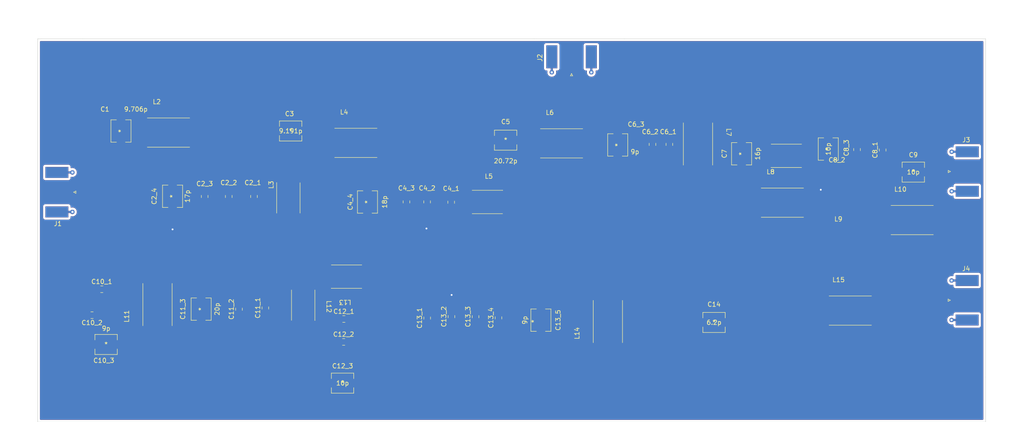
<source format=kicad_pcb>
(kicad_pcb (version 20211014) (generator pcbnew)
  (layers (0 "F.Cu" signal) (31 "B.Cu" signal) (34 "B.Paste" user) (35 "F.Paste" user) (36 "B.SilkS" user "B.Silkscreen") (37 "F.SilkS" user "F.Silkscreen") (38 "B.Mask" user) (39 "F.Mask" user) (44 "Edge.Cuts" user))
  (net 0 "")
  (net 1 "Net-(C1-Pad1)")
  (net 2 "Net-(C1-Pad2)")
  (net 3 "GND")
  (net 4 "Net-(C2_1-Pad2)")
  (net 5 "Net-(C4_1-Pad2)")
  (net 6 "Net-(C5-Pad2)")
  (net 7 "Net-(C6_1-Pad1)")
  (net 8 "Net-(C6_1-Pad2)")
  (net 9 "Net-(C7-Pad1)")
  (net 10 "Net-(C9-Pad1)")
  (net 11 "Net-(C11_1-Pad2)")
  (net 12 "Net-(C12_1-Pad2)")
  (net 13 "Net-(C14-Pad2)")
  (net 14 "Net-(J4-Pad1)")
  (net 15 "Net-(C3-Pad2)")
  (net 45 "Net-(C8_1-Pad1)")
  (footprint "Capacitor_SMD:C_0805_2012Metric_Pad1.18x1.45mm_HandSolder" (layer "F.Cu") (at 117.03 87.8165 90)
    (fp_text reference "C4_3" (at 3.048 0 180) (layer "F.SilkS"))
    (fp_text value "560p")
    (pad "1" smd roundrect locked (at -1.0375 0 90) (size 1.175 1.45) (layers "F.Cu" "F.Paste" "F.Mask") (roundrect_rratio 0.212766) (net 3 "GND"))
    (pad "2" smd roundrect locked (at 1.0375 0 90) (size 1.175 1.45) (layers "F.Cu" "F.Paste" "F.Mask") (roundrect_rratio 0.212766) (net 5 "Net-(C4_1-Pad2)"))
  )
  (footprint "Capacitor_SMD:C_0805_2012Metric_Pad1.18x1.45mm_HandSolder" (layer "F.Cu") (at 121.62 113.5805 90)
    (fp_text reference "C13_1" (at 0 -1.68 90) (layer "F.SilkS"))
    (fp_text value "2.2n")
    (pad "1" smd roundrect locked (at -1.0375 0 90) (size 1.175 1.45) (layers "F.Cu" "F.Paste" "F.Mask") (roundrect_rratio 0.212766) (net 12 "Net-(C12_1-Pad2)"))
    (pad "2" smd roundrect locked (at 1.0375 0 90) (size 1.175 1.45) (layers "F.Cu" "F.Paste" "F.Mask") (roundrect_rratio 0.212766) (net 3 "GND"))
  )
  (footprint "Capacitor_SMD:C_0805_2012Metric_Pad1.18x1.45mm_HandSolder" (layer "F.Cu") (at 49.53 107.188)
    (fp_text reference "C10_1" (at 0 -1.68) (layer "F.SilkS"))
    (fp_text value "1.5n")
    (pad "1" smd roundrect locked (at -1.0375 0) (size 1.175 1.45) (layers "F.Cu" "F.Paste" "F.Mask") (roundrect_rratio 0.212766) (net 1 "Net-(C1-Pad1)"))
    (pad "2" smd roundrect locked (at 1.0375 0) (size 1.175 1.45) (layers "F.Cu" "F.Paste" "F.Mask") (roundrect_rratio 0.212766) (net 3 "GND"))
  )
  (footprint "footprints:GKG30086-05" (layer "F.Cu") (at 146.812 114.046 -90)
    (fp_text reference "C13_5" (at 0 -3.81 90) (layer "F.SilkS"))
    (fp_text value "9p" (at 0 3.556 90) (layer "F.SilkS"))
    (fp_text user "*" (at 0.254 1.524 90) (layer "F.SilkS"))
    (pad "1" smd rect locked (at -2.0447 0 270) (size 2.1336 1.3462) (layers "F.Cu" "F.Paste" "F.Mask") (net 3 "GND"))
    (pad "2" smd rect locked (at 2.0447 0 270) (size 2.1336 1.3462) (layers "F.Cu" "F.Paste" "F.Mask") (net 12 "Net-(C12_1-Pad2)"))
  )
  (footprint "Connector_Coaxial:SMA_Molex_73251-1153_EdgeMount_Horizontal" (layer "F.Cu") (at 239.52 109.63 180)
    (fp_text reference "J4" (at -1.5 7) (layer "F.SilkS"))
    (fp_text value "SMA_H_CONNECTOR")
    (pad "1" smd rect locked (at -1.72 0 180) (size 5.08 2.29) (layers "F.Cu" "F.Paste" "F.Mask") (net 14 "Net-(J4-Pad1)"))
    (pad "2" smd rect locked (at -1.72 4.38 180) (size 5.08 2.42) (layers "B.Cu" "B.Paste" "B.Mask"))
    (pad "2" smd rect locked (at 1.27 -4.38 180) (size 0.95 0.46) (layers "F.Cu"))
    (pad "2" smd rect locked (at -1.72 -4.38 180) (size 5.08 2.42) (layers "F.Cu" "F.Paste" "F.Mask"))
    (pad "2" smd rect locked (at 1.27 4.38 180) (size 0.95 0.46) (layers "F.Cu"))
    (pad "2" smd rect locked (at 1.27 4.38 180) (size 0.95 0.46) (layers "B.Cu"))
    (pad "2" thru_hole circle locked (at 1.72 -4.38 180) (size 0.97 0.97) (drill 0.46) (layers *.Cu))
    (pad "2" smd rect locked (at -1.72 -4.38 180) (size 5.08 2.42) (layers "B.Cu" "B.Paste" "B.Mask"))
    (pad "2" smd rect locked (at -1.72 4.38 180) (size 5.08 2.42) (layers "F.Cu" "F.Paste" "F.Mask"))
    (pad "2" smd rect locked (at 1.27 -4.38 180) (size 0.95 0.46) (layers "B.Cu"))
    (pad "2" thru_hole circle locked (at 1.72 4.38 180) (size 0.97 0.97) (drill 0.46) (layers *.Cu))
  )
  (footprint "footprints:GKG30086-05" (layer "F.Cu") (at 50.49 119.44 180)
    (fp_text reference "C10_3" (at 0.504 -3.556) (layer "F.SilkS"))
    (fp_text value "9p" (at 0 3.556) (layer "F.SilkS"))
    (fp_text user "*" (at 0 0) (layer "F.SilkS"))
    (pad "1" smd rect locked (at -2.0447 0 180) (size 2.1336 1.3462) (layers "F.Cu" "F.Paste" "F.Mask") (net 3 "GND"))
    (pad "2" smd rect locked (at 2.0447 0 180) (size 2.1336 1.3462) (layers "F.Cu" "F.Paste" "F.Mask") (net 1 "Net-(C1-Pad1)"))
  )
  (footprint "Connector_Coaxial:SMA_Molex_73251-1153_EdgeMount_Horizontal" (layer "F.Cu") (at 153.6 57.352 -90)
    (fp_text reference "J2" (at -1.5 7 90) (layer "F.SilkS"))
    (fp_text value "SMA_H_CONNECTOR")
    (pad "1" smd rect locked (at -1.72 0 270) (size 5.08 2.29) (layers "F.Cu" "F.Paste" "F.Mask") (net 8 "Net-(C6_1-Pad2)"))
    (pad "2" smd rect locked (at 1.27 4.38 270) (size 0.95 0.46) (layers "F.Cu"))
    (pad "2" thru_hole circle locked (at 1.72 -4.38 270) (size 0.97 0.97) (drill 0.46) (layers *.Cu))
    (pad "2" smd rect locked (at -1.72 -4.38 270) (size 5.08 2.42) (layers "B.Cu" "B.Paste" "B.Mask"))
    (pad "2" thru_hole circle locked (at 1.72 4.38 270) (size 0.97 0.97) (drill 0.46) (layers *.Cu))
    (pad "2" smd rect locked (at -1.72 4.38 270) (size 5.08 2.42) (layers "F.Cu" "F.Paste" "F.Mask"))
    (pad "2" smd rect locked (at 1.27 4.38 270) (size 0.95 0.46) (layers "B.Cu"))
    (pad "2" smd rect locked (at -1.72 -4.38 270) (size 5.08 2.42) (layers "F.Cu" "F.Paste" "F.Mask"))
    (pad "2" smd rect locked (at 1.27 -4.38 270) (size 0.95 0.46) (layers "F.Cu"))
    (pad "2" smd rect locked (at 1.27 -4.38 270) (size 0.95 0.46) (layers "B.Cu"))
    (pad "2" smd rect locked (at -1.72 4.38 270) (size 5.08 2.42) (layers "B.Cu" "B.Paste" "B.Mask"))
  )
  (footprint "footprints:GKG30086-05" (layer "F.Cu") (at 210.4725 76.09 -90)
    (fp_text reference "C8_3" (at -0.25 -4.01 90) (layer "F.SilkS"))
    (fp_text value "10p" (at 0 0 90) (layer "F.SilkS"))
    (fp_text user "*" (at 0 0 90) (layer "F.SilkS"))
    (pad "1" smd rect locked (at -2.0447 0 270) (size 2.1336 1.3462) (layers "F.Cu" "F.Paste" "F.Mask") (net 7 "Net-(C6_1-Pad1)"))
    (pad "2" smd rect locked (at 2.0447 0 270) (size 2.1336 1.3462) (layers "F.Cu" "F.Paste" "F.Mask") (net 45 "Net-(C8_1-Pad1)"))
  )
  (footprint "Shielded_Inductors:164_Shielded_Inductor_Series" (layer "F.Cu") (at 103.6447 104.394 180)
    (fp_text reference "L13" (at 0.2032 -5.6896 180 unlocked) (layer "F.SilkS"))
    (fp_text value "110nH")
    (pad "1" smd circle (at 1.765 -1.765 180) (size 0.965 0.965) (layers "F.Cu" "F.Paste" "F.Mask") (net 11 "Net-(C11_1-Pad2)"))
    (pad "2" smd circle (at 2.69 0 180) (size 1.3 1.3) (layers "F.Cu" "F.Paste" "F.Mask") (net 3 "GND"))
    (pad "3" smd circle (at -1.765 1.765 180) (size 0.965 0.965) (layers *.Mask "F.Cu" "F.Paste") (net 12 "Net-(C12_1-Pad2)"))
    (pad "4" smd circle (at -2.69 0 180) (size 1.3 1.3) (layers "F.Cu" "F.Paste" "F.Mask") (net 3 "GND"))
  )
  (footprint "footprints:GKG30086-05" (layer "F.Cu") (at 108.394 87.838 90)
    (fp_text reference "C4_4" (at 0 -3.81 90) (layer "F.SilkS"))
    (fp_text value "18p" (at 0 3.81 90) (layer "F.SilkS"))
    (fp_text user "*" (at 0 0 90) (layer "F.SilkS"))
    (pad "1" smd rect locked (at -2.0447 0 90) (size 2.1336 1.3462) (layers "F.Cu" "F.Paste" "F.Mask") (net 3 "GND"))
    (pad "2" smd rect locked (at 2.0447 0 90) (size 2.1336 1.3462) (layers "F.Cu" "F.Paste" "F.Mask") (net 5 "Net-(C4_1-Pad2)"))
  )
  (footprint "Shielded_Inductors:164_Shielded_Inductor_Series" (layer "F.Cu") (at 135.064 87.838)
    (fp_text reference "L5" (at 0.2032 -5.6896 unlocked) (layer "F.SilkS"))
    (fp_text value "26.73nH")
    (pad "1" smd circle (at 1.765 -1.765) (size 0.965 0.965) (layers "F.Cu" "F.Paste" "F.Mask") (net 5 "Net-(C4_1-Pad2)"))
    (pad "2" smd circle (at 2.69 0) (size 1.3 1.3) (layers "F.Cu" "F.Paste" "F.Mask") (net 3 "GND"))
    (pad "3" smd circle (at -1.765 1.765) (size 0.965 0.965) (layers *.Mask "F.Cu" "F.Paste") (net 3 "GND"))
    (pad "4" smd circle (at -2.69 0) (size 1.3 1.3) (layers "F.Cu" "F.Paste" "F.Mask") (net 3 "GND"))
  )
  (footprint "Capacitor_SMD:C_0805_2012Metric_Pad1.18x1.45mm_HandSolder" (layer "F.Cu") (at 127 113.2625 90)
    (fp_text reference "C13_2" (at 0 -1.68 90) (layer "F.SilkS"))
    (fp_text value "1n")
    (pad "1" smd roundrect locked (at -1.0375 0 90) (size 1.175 1.45) (layers "F.Cu" "F.Paste" "F.Mask") (roundrect_rratio 0.212766) (net 12 "Net-(C12_1-Pad2)"))
    (pad "2" smd roundrect locked (at 1.0375 0 90) (size 1.175 1.45) (layers "F.Cu" "F.Paste" "F.Mask") (roundrect_rratio 0.212766) (net 3 "GND"))
  )
  (footprint "footprints:GKG30086-05" (layer "F.Cu") (at 102.87 128.016)
    (fp_text reference "C12_3" (at 0.02 -3.8) (layer "F.SilkS"))
    (fp_text value "10p" (at 0 0) (layer "F.SilkS"))
    (fp_text user "*" (at 0 0) (layer "F.SilkS"))
    (pad "1" smd rect locked (at -2.0447 0) (size 2.1336 1.3462) (layers "F.Cu" "F.Paste" "F.Mask") (net 11 "Net-(C11_1-Pad2)"))
    (pad "2" smd rect locked (at 2.0447 0) (size 2.1336 1.3462) (layers "F.Cu" "F.Paste" "F.Mask") (net 12 "Net-(C12_1-Pad2)"))
  )
  (footprint "Capacitor_SMD:C_0805_2012Metric_Pad1.18x1.45mm_HandSolder" (layer "F.Cu") (at 121.602 87.8165 90)
    (fp_text reference "C4_2" (at 3.048 0 180) (layer "F.SilkS"))
    (fp_text value "100p")
    (pad "1" smd roundrect locked (at -1.0375 0 90) (size 1.175 1.45) (layers "F.Cu" "F.Paste" "F.Mask") (roundrect_rratio 0.212766) (net 3 "GND"))
    (pad "2" smd roundrect locked (at 1.0375 0 90) (size 1.175 1.45) (layers "F.Cu" "F.Paste" "F.Mask") (roundrect_rratio 0.212766) (net 5 "Net-(C4_1-Pad2)"))
  )
  (footprint "Capacitor_SMD:C_0805_2012Metric_Pad1.18x1.45mm_HandSolder" (layer "F.Cu") (at 77.66 86.614 90)
    (fp_text reference "C2_2" (at 3.048 0 180) (layer "F.SilkS"))
    (fp_text value "100p")
    (pad "1" smd roundrect locked (at -1.0375 0 90) (size 1.175 1.45) (layers "F.Cu" "F.Paste" "F.Mask") (roundrect_rratio 0.212766) (net 3 "GND"))
    (pad "2" smd roundrect locked (at 1.0375 0 90) (size 1.175 1.45) (layers "F.Cu" "F.Paste" "F.Mask") (roundrect_rratio 0.212766) (net 4 "Net-(C2_1-Pad2)"))
  )
  (footprint "footprints:GKG30086-05" (layer "F.Cu") (at 71.546 111.594 90)
    (fp_text reference "C11_3" (at 0 -4.064 90) (layer "F.SilkS"))
    (fp_text value "20p" (at 0 3.556 90) (layer "F.SilkS"))
    (fp_text user "*" (at 0 0 90) (layer "F.SilkS"))
    (pad "1" smd rect locked (at -2.0447 0 90) (size 2.1336 1.3462) (layers "F.Cu" "F.Paste" "F.Mask") (net 1 "Net-(C1-Pad1)"))
    (pad "2" smd rect locked (at 2.0447 0 90) (size 2.1336 1.3462) (layers "F.Cu" "F.Paste" "F.Mask") (net 11 "Net-(C11_1-Pad2)"))
  )
  (footprint "Capacitor_SMD:C_0805_2012Metric_Pad1.18x1.45mm_HandSolder" (layer "F.Cu") (at 132.334 113.284 90)
    (fp_text reference "C13_3" (at 0 -1.68 90) (layer "F.SilkS"))
    (fp_text value "1n")
    (pad "1" smd roundrect locked (at -1.0375 0 90) (size 1.175 1.45) (layers "F.Cu" "F.Paste" "F.Mask") (roundrect_rratio 0.212766) (net 12 "Net-(C12_1-Pad2)"))
    (pad "2" smd roundrect locked (at 1.0375 0 90) (size 1.175 1.45) (layers "F.Cu" "F.Paste" "F.Mask") (roundrect_rratio 0.212766) (net 3 "GND"))
  )
  (footprint "Capacitor_SMD:C_0805_2012Metric_Pad1.18x1.45mm_HandSolder" (layer "F.Cu") (at 72.326 86.614 90)
    (fp_text reference "C2_3" (at 2.8155 0 180) (layer "F.SilkS"))
    (fp_text value "330p")
    (pad "1" smd roundrect locked (at -1.0375 0 90) (size 1.175 1.45) (layers "F.Cu" "F.Paste" "F.Mask") (roundrect_rratio 0.212766) (net 3 "GND"))
    (pad "2" smd roundrect locked (at 1.0375 0 90) (size 1.175 1.45) (layers "F.Cu" "F.Paste" "F.Mask") (roundrect_rratio 0.212766) (net 4 "Net-(C2_1-Pad2)"))
  )
  (footprint "Capacitor_SMD:C_0805_2012Metric_Pad1.18x1.45mm_HandSolder" (layer "F.Cu") (at 79.928 111.6155 90)
    (fp_text reference "C11_2" (at 0 -1.68 90) (layer "F.SilkS"))
    (fp_text value "30p")
    (pad "1" smd roundrect locked (at -1.0375 0 90) (size 1.175 1.45) (layers "F.Cu" "F.Paste" "F.Mask") (roundrect_rratio 0.212766) (net 1 "Net-(C1-Pad1)"))
    (pad "2" smd roundrect locked (at 1.0375 0 90) (size 1.175 1.45) (layers "F.Cu" "F.Paste" "F.Mask") (roundrect_rratio 0.212766) (net 11 "Net-(C11_1-Pad2)"))
  )
  (footprint "footprints:GKG30086-05" (layer "F.Cu") (at 53.784 72.09 90)
    (fp_text reference "C1" (at 4.826 -3.556 180) (layer "F.SilkS"))
    (fp_text value "9.706p" (at 4.826 3.302 180) (layer "F.SilkS"))
    (fp_text user "*" (at 0 0 90) (layer "F.SilkS"))
    (pad "1" smd rect locked (at -2.0447 0 90) (size 2.1336 1.3462) (layers "F.Cu" "F.Paste" "F.Mask") (net 1 "Net-(C1-Pad1)"))
    (pad "2" smd rect locked (at 2.0447 0 90) (size 2.1336 1.3462) (layers "F.Cu" "F.Paste" "F.Mask") (net 2 "Net-(C1-Pad2)"))
  )
  (footprint "Capacitor_SMD:C_0805_2012Metric_Pad1.18x1.45mm_HandSolder" (layer "F.Cu") (at 216.84 76.21 90)
    (fp_text reference "C8_2" (at -2.3145 -4.4545) (layer "F.SilkS"))
    (fp_text value "180p")
    (pad "1" smd roundrect locked (at -1.0375 0 90) (size 1.175 1.45) (layers "F.Cu" "F.Paste" "F.Mask") (roundrect_rratio 0.212766) (net 45 "Net-(C8_1-Pad1)"))
    (pad "2" smd roundrect locked (at 1.0375 0 90) (size 1.175 1.45) (layers "F.Cu" "F.Paste" "F.Mask") (roundrect_rratio 0.212766) (net 7 "Net-(C6_1-Pad1)"))
  )
  (footprint "Capacitor_SMD:C_0805_2012Metric_Pad1.18x1.45mm_HandSolder" (layer "F.Cu") (at 103.1582 113.792)
    (fp_text reference "C12_1" (at 0 -1.68) (layer "F.SilkS"))
    (fp_text value "220p")
    (pad "1" smd roundrect locked (at -1.0375 0) (size 1.175 1.45) (layers "F.Cu" "F.Paste" "F.Mask") (roundrect_rratio 0.212766) (net 11 "Net-(C11_1-Pad2)"))
    (pad "2" smd roundrect locked (at 1.0375 0) (size 1.175 1.45) (layers "F.Cu" "F.Paste" "F.Mask") (roundrect_rratio 0.212766) (net 12 "Net-(C12_1-Pad2)"))
  )
  (footprint "Shielded_Inductors:7M3_Shielded_Inductor_Series" (layer "F.Cu") (at 59.6011 112.8395 90)
    (fp_text reference "L11" (at -0.3556 -4.5466 90 unlocked) (layer "F.SilkS"))
    (fp_text value "18nH")
    (pad "1" smd circle (at 0 0 90) (size 0.99 0.99) (layers "F.Cu" "F.Paste" "F.Mask") (net 1 "Net-(C1-Pad1)"))
    (pad "2" smd circle (at 2.248 0 90) (size 0.99 0.99) (layers "F.Cu" "F.Paste" "F.Mask"))
    (pad "3" smd circle (at 4.5 0 90) (size 0.99 0.99) (layers "F.Cu" "F.Paste" "F.Mask") (net 3 "GND"))
    (pad "4" smd circle (at 4.5 4.5 90) (size 0.99 0.99) (layers "F.Cu" "F.Paste" "F.Mask"))
    (pad "6" smd circle (at 0 4.5 90) (size 0.99 0.99) (layers "F.Cu" "F.Paste" "F.Mask"))
    (pad "7" smd circle (at -1.375 2.248 90) (size 1.5 1.5) (layers "F.Cu" "F.Paste" "F.Mask") (net 3 "GND"))
    (pad "8" smd circle (at 5.864 2.248 90) (size 1.5 1.5) (layers "F.Cu" "F.Paste" "F.Mask") (net 3 "GND"))
  )
  (footprint "Capacitor_SMD:C_0805_2012Metric_Pad1.18x1.45mm_HandSolder" (layer "F.Cu") (at 137.414 113.538 90)
    (fp_text reference "C13_4" (at 0 -1.68 90) (layer "F.SilkS"))
    (fp_text value "91p")
    (pad "1" smd roundrect locked (at -1.0375 0 90) (size 1.175 1.45) (layers "F.Cu" "F.Paste" "F.Mask") (roundrect_rratio 0.212766) (net 12 "Net-(C12_1-Pad2)"))
    (pad "2" smd roundrect locked (at 1.0375 0 90) (size 1.175 1.45) (layers "F.Cu" "F.Paste" "F.Mask") (roundrect_rratio 0.212766) (net 3 "GND"))
  )
  (footprint "Shielded_Inductors:164_Shielded_Inductor_Series" (layer "F.Cu") (at 90.868 86.822 90)
    (fp_text reference "L3" (at 2.794 -3.81 90 unlocked) (layer "F.SilkS"))
    (fp_text value "22.44nH")
    (pad "1" smd circle (at 1.765 -1.765 90) (size 0.965 0.965) (layers "F.Cu" "F.Paste" "F.Mask") (net 4 "Net-(C2_1-Pad2)"))
    (pad "2" smd circle (at 2.69 0 90) (size 1.3 1.3) (layers "F.Cu" "F.Paste" "F.Mask") (net 3 "GND"))
    (pad "3" smd circle (at -1.765 1.765 90) (size 0.965 0.965) (layers *.Mask "F.Cu" "F.Paste") (net 3 "GND"))
    (pad "4" smd circle (at -2.69 0 90) (size 1.3 1.3) (layers "F.Cu" "F.Paste" "F.Mask") (net 3 "GND"))
  )
  (footprint "Capacitor_SMD:C_0805_2012Metric_Pad1.18x1.45mm_HandSolder" (layer "F.Cu") (at 47.37 112.94 180)
    (fp_text reference "C10_2" (at 0 -1.68) (layer "F.SilkS"))
    (fp_text value "91p")
    (pad "1" smd roundrect locked (at -1.0375 0 180) (size 1.175 1.45) (layers "F.Cu" "F.Paste" "F.Mask") (roundrect_rratio 0.212766) (net 1 "Net-(C1-Pad1)"))
    (pad "2" smd roundrect locked (at 1.0375 0 180) (size 1.175 1.45) (layers "F.Cu" "F.Paste" "F.Mask") (roundrect_rratio 0.212766) (net 3 "GND"))
  )
  (footprint "footprints:GKG30086-05" (layer "F.Cu") (at 163.83 75.184 -90)
    (fp_text reference "C6_3" (at -4.572 -4.064 180) (layer "F.SilkS"))
    (fp_text value "9p" (at 1.524 -3.81 180) (layer "F.SilkS"))
    (fp_text user "*" (at 0 0 90) (layer "F.SilkS"))
    (pad "1" smd rect locked (at -2.0447 0 270) (size 2.1336 1.3462) (layers "F.Cu" "F.Paste" "F.Mask") (net 8 "Net-(C6_1-Pad2)"))
    (pad "2" smd rect locked (at 2.0447 0 270) (size 2.1336 1.3462) (layers "F.Cu" "F.Paste" "F.Mask") (net 7 "Net-(C6_1-Pad1)"))
  )
  (footprint "Capacitor_SMD:C_0805_2012Metric_Pad1.18x1.45mm_HandSolder" (layer "F.Cu") (at 85.77 111.34 90)
    (fp_text reference "C11_1" (at 0 -1.68 90) (layer "F.SilkS"))
    (fp_text value "220p")
    (pad "1" smd roundrect locked (at -1.0375 0 90) (size 1.175 1.45) (layers "F.Cu" "F.Paste" "F.Mask") (roundrect_rratio 0.212766) (net 1 "Net-(C1-Pad1)"))
    (pad "2" smd roundrect locked (at 1.0375 0 90) (size 1.175 1.45) (layers "F.Cu" "F.Paste" "F.Mask") (roundrect_rratio 0.212766) (net 11 "Net-(C11_1-Pad2)"))
  )
  (footprint "footprints:GKG30086-05" (layer "F.Cu") (at 229.3111 81.2058)
    (fp_text reference "C9" (at 0 -3.81) (layer "F.SilkS"))
    (fp_text value "10p" (at 0 0) (layer "F.SilkS"))
    (fp_text user "*" (at 0 0) (layer "F.SilkS"))
    (pad "1" smd rect locked (at -2.0447 0) (size 2.1336 1.3462) (layers "F.Cu" "F.Paste" "F.Mask") (net 10 "Net-(C9-Pad1)"))
    (pad "2" smd rect locked (at 2.0447 0) (size 2.1336 1.3462) (layers "F.Cu" "F.Paste" "F.Mask") (net 45 "Net-(C8_1-Pad1)"))
  )
  (footprint "Connector_Coaxial:SMA_Molex_73251-1153_EdgeMount_Horizontal" (layer "F.Cu") (at 239.54 81.08 180)
    (fp_text reference "J3" (at -1.5 7) (layer "F.SilkS"))
    (fp_text value "SMA_H_CONNECTOR")
    (pad "1" smd rect locked (at -1.72 0 180) (size 5.08 2.29) (layers "F.Cu" "F.Paste" "F.Mask") (net 45 "Net-(C8_1-Pad1)"))
    (pad "2" thru_hole circle locked (at 1.72 4.38 180) (size 0.97 0.97) (drill 0.46) (layers *.Cu))
    (pad "2" smd rect locked (at -1.72 -4.38 180) (size 5.08 2.42) (layers "F.Cu" "F.Paste" "F.Mask"))
    (pad "2" smd rect locked (at 1.27 4.38 180) (size 0.95 0.46) (layers "B.Cu"))
    (pad "2" smd rect locked (at 1.27 4.38 180) (size 0.95 0.46) (layers "F.Cu"))
    (pad "2" thru_hole circle locked (at 1.72 -4.38 180) (size 0.97 0.97) (drill 0.46) (layers *.Cu))
    (pad "2" smd rect locked (at 1.27 -4.38 180) (size 0.95 0.46) (layers "B.Cu"))
    (pad "2" smd rect locked (at -1.72 4.38 180) (size 5.08 2.42) (layers "B.Cu" "B.Paste" "B.Mask"))
    (pad "2" smd rect locked (at -1.72 -4.38 180) (size 5.08 2.42) (layers "B.Cu" "B.Paste" "B.Mask"))
    (pad "2" smd rect locked (at -1.72 4.38 180) (size 5.08 2.42) (layers "F.Cu" "F.Paste" "F.Mask"))
    (pad "2" smd rect locked (at 1.27 -4.38 180) (size 0.95 0.46) (layers "F.Cu"))
  )
  (footprint "Capacitor_SMD:C_0805_2012Metric_Pad1.18x1.45mm_HandSolder" (layer "F.Cu") (at 126.936 87.884 90)
    (fp_text reference "C4_1" (at 3.0265 0 180) (layer "F.SilkS"))
    (fp_text value "1.5n")
    (pad "1" smd roundrect locked (at -1.0375 0 90) (size 1.175 1.45) (layers "F.Cu" "F.Paste" "F.Mask") (roundrect_rratio 0.212766) (net 3 "GND"))
    (pad "2" smd roundrect locked (at 1.0375 0 90) (size 1.175 1.45) (layers "F.Cu" "F.Paste" "F.Mask") (roundrect_rratio 0.212766) (net 5 "Net-(C4_1-Pad2)"))
  )
  (footprint "Capacitor_SMD:C_0805_2012Metric_Pad1.18x1.45mm_HandSolder" (layer "F.Cu") (at 175.27 75.06 90)
    (fp_text reference "C6_1" (at 2.794 -0.254 180) (layer "F.SilkS"))
    (fp_text value "1n")
    (pad "1" smd roundrect locked (at -1.0375 0 90) (size 1.175 1.45) (layers "F.Cu" "F.Paste" "F.Mask") (roundrect_rratio 0.212766) (net 7 "Net-(C6_1-Pad1)"))
    (pad "2" smd roundrect locked (at 1.0375 0 90) (size 1.175 1.45) (layers "F.Cu" "F.Paste" "F.Mask") (roundrect_rratio 0.212766) (net 8 "Net-(C6_1-Pad2)"))
  )
  (footprint "Shielded_Inductors:7M3_Shielded_Inductor_Series" (layer "F.Cu") (at 62.0649 70.1675)
    (fp_text reference "L2" (at -0.3556 -4.5466 unlocked) (layer "F.SilkS"))
    (fp_text value "5.827uH")
    (pad "1" smd circle (at 0 0) (size 0.99 0.99) (layers "F.Cu" "F.Paste" "F.Mask") (net 2 "Net-(C1-Pad2)"))
    (pad "2" smd circle (at 2.248 0) (size 0.99 0.99) (layers "F.Cu" "F.Paste" "F.Mask"))
    (pad "3" smd circle (at 4.5 0) (size 0.99 0.99) (layers "F.Cu" "F.Paste" "F.Mask") (net 4 "Net-(C2_1-Pad2)"))
    (pad "4" smd circle (at 4.5 4.5) (size 0.99 0.99) (layers "F.Cu" "F.Paste" "F.Mask"))
    (pad "6" smd circle (at 0 4.5) (size 0.99 0.99) (layers "F.Cu" "F.Paste" "F.Mask"))
    (pad "7" smd circle (at -1.375 2.248) (size 1.5 1.5) (layers "F.Cu" "F.Paste" "F.Mask") (net 3 "GND"))
    (pad "8" smd circle (at 5.864 2.248) (size 1.5 1.5) (layers "F.Cu" "F.Paste" "F.Mask") (net 3 "GND"))
  )
  (footprint "Shielded_Inductors:164_Shielded_Inductor_Series" (layer "F.Cu") (at 201.0757 77.6 180)
    (fp_text reference "L9" (at -11.6232 -14.0304 unlocked) (layer "F.SilkS"))
    (fp_text value "39nH")
    (pad "1" smd circle (at 1.765 -1.765 180) (size 0.965 0.965) (layers "F.Cu" "F.Paste" "F.Mask") (net 7 "Net-(C6_1-Pad1)"))
    (pad "2" smd circle (at 2.69 0 180) (size 1.3 1.3) (layers "F.Cu" "F.Paste" "F.Mask") (net 3 "GND"))
    (pad "3" smd circle (at -1.765 1.765 180) (size 0.965 0.965) (layers *.Mask "F.Cu" "F.Paste") (net 45 "Net-(C8_1-Pad1)"))
    (pad "4" smd circle (at -2.69 0 180) (size 1.3 1.3) (layers "F.Cu" "F.Paste" "F.Mask") (net 3 "GND"))
  )
  (footprint "Shielded_Inductors:7M3_Shielded_Inductor_Series" (layer "F.Cu") (at 213.1029 109.6467)
    (fp_text reference "L15" (at -0.3556 -4.5466 unlocked) (layer "F.SilkS"))
    (fp_text value "4.7uH")
    (pad "1" smd circle (at 0 0) (size 0.99 0.99) (layers "F.Cu" "F.Paste" "F.Mask") (net 13 "Net-(C14-Pad2)"))
    (pad "2" smd circle (at 2.248 0) (size 0.99 0.99) (layers "F.Cu" "F.Paste" "F.Mask"))
    (pad "3" smd circle (at 4.5 0) (size 0.99 0.99) (layers "F.Cu" "F.Paste" "F.Mask") (net 14 "Net-(J4-Pad1)"))
    (pad "4" smd circle (at 4.5 4.5) (size 0.99 0.99) (layers "F.Cu" "F.Paste" "F.Mask"))
    (pad "6" smd circle (at 0 4.5) (size 0.99 0.99) (layers "F.Cu" "F.Paste" "F.Mask"))
    (pad "7" smd circle (at -1.375 2.248) (size 1.5 1.5) (layers "F.Cu" "F.Paste" "F.Mask") (net 3 "GND"))
    (pad "8" smd circle (at 5.864 2.248) (size 1.5 1.5) (layers "F.Cu" "F.Paste" "F.Mask") (net 3 "GND"))
  )
  (footprint "footprints:GKG30086-05" (layer "F.Cu") (at 185.166 114.554)
    (fp_text reference "C14" (at 0 -4.01) (layer "F.SilkS"))
    (fp_text value "6.2p" (at 0 0) (layer "F.SilkS"))
    (fp_text user "*" (at 0 0) (layer "F.SilkS"))
    (pad "1" smd rect locked (at -2.0447 0) (size 2.1336 1.3462) (layers "F.Cu" "F.Paste" "F.Mask") (net 12 "Net-(C12_1-Pad2)"))
    (pad "2" smd rect locked (at 2.0447 0) (size 2.1336 1.3462) (layers "F.Cu" "F.Paste" "F.Mask") (net 13 "Net-(C14-Pad2)"))
  )
  (footprint "Shielded_Inductors:7M3_Shielded_Inductor_Series" (layer "F.Cu") (at 103.5685 72.4535)
    (fp_text reference "L4" (at -0.3556 -4.5466 unlocked) (layer "F.SilkS"))
    (fp_text value "6.2uH")
    (pad "1" smd circle (at 0 0) (size 0.99 0.99) (layers "F.Cu" "F.Paste" "F.Mask") (net 15 "Net-(C3-Pad2)"))
    (pad "2" smd circle (at 2.248 0) (size 0.99 0.99) (layers "F.Cu" "F.Paste" "F.Mask"))
    (pad "3" smd circle (at 4.5 0) (size 0.99 0.99) (layers "F.Cu" "F.Paste" "F.Mask") (net 5 "Net-(C4_1-Pad2)"))
    (pad "4" smd circle (at 4.5 4.5) (size 0.99 0.99) (layers "F.Cu" "F.Paste" "F.Mask"))
    (pad "6" smd circle (at 0 4.5) (size 0.99 0.99) (layers "F.Cu" "F.Paste" "F.Mask"))
    (pad "7" smd circle (at -1.375 2.248) (size 1.5 1.5) (layers "F.Cu" "F.Paste" "F.Mask") (net 3 "GND"))
    (pad "8" smd circle (at 5.864 2.248) (size 1.5 1.5) (layers "F.Cu" "F.Paste" "F.Mask") (net 3 "GND"))
  )
  (footprint "footprints:GKG30086-05" (layer "F.Cu") (at 91.376 72.09)
    (fp_text reference "C3" (at -0.254 -3.81) (layer "F.SilkS"))
    (fp_text value "9.191p" (at 0 0) (layer "F.SilkS"))
    (fp_text user "*" (at 0 0) (layer "F.SilkS"))
    (pad "1" smd rect locked (at -2.0447 0) (size 2.1336 1.3462) (layers "F.Cu" "F.Paste" "F.Mask") (net 4 "Net-(C2_1-Pad2)"))
    (pad "2" smd rect locked (at 2.0447 0) (size 2.1336 1.3462) (layers "F.Cu" "F.Paste" "F.Mask") (net 15 "Net-(C3-Pad2)"))
  )
  (footprint "Shielded_Inductors:7M3_Shielded_Inductor_Series" (layer "F.Cu") (at 159.3723 116.5987 90)
    (fp_text reference "L14" (at -0.3556 -4.5466 90 unlocked) (layer "F.SilkS"))
    (fp_text value "6.8nH")
    (pad "1" smd circle (at 0 0 90) (size 0.99 0.99) (layers "F.Cu" "F.Paste" "F.Mask") (net 12 "Net-(C12_1-Pad2)"))
    (pad "2" smd circle (at 2.248 0 90) (size 0.99 0.99) (layers "F.Cu" "F.Paste" "F.Mask"))
    (pad "3" smd circle (at 4.5 0 90) (size 0.99 0.99) (layers "F.Cu" "F.Paste" "F.Mask") (net 3 "GND"))
    (pad "4" smd circle (at 4.5 4.5 90) (size 0.99 0.99) (layers "F.Cu" "F.Paste" "F.Mask"))
    (pad "6" smd circle (at 0 4.5 90) (size 0.99 0.99) (layers "F.Cu" "F.Paste" "F.Mask"))
    (pad "7" smd circle (at -1.375 2.248 90) (size 1.5 1.5) (layers "F.Cu" "F.Paste" "F.Mask") (net 3 "GND"))
    (pad "8" smd circle (at 5.864 2.248 90) (size 1.5 1.5) (layers "F.Cu" "F.Paste" "F.Mask") (net 3 "GND"))
  )
  (footprint "Shielded_Inductors:7M3_Shielded_Inductor_Series" (layer "F.Cu") (at 226.8093 89.5731)
    (fp_text reference "L10" (at -0.3556 -4.5466 unlocked) (layer "F.SilkS"))
    (fp_text value "3uH")
    (pad "1" smd circle (at 0 0) (size 0.99 0.99) (layers "F.Cu" "F.Paste" "F.Mask") (net 10 "Net-(C9-Pad1)"))
    (pad "2" smd circle (at 2.248 0) (size 0.99 0.99) (layers "F.Cu" "F.Paste" "F.Mask"))
    (pad "3" smd circle (at 4.5 0) (size 0.99 0.99) (layers "F.Cu" "F.Paste" "F.Mask") (net 3 "GND"))
    (pad "4" smd circle (at 4.5 4.5) (size 0.99 0.99) (layers "F.Cu" "F.Paste" "F.Mask"))
    (pad "6" smd circle (at 0 4.5) (size 0.99 0.99) (layers "F.Cu" "F.Paste" "F.Mask"))
    (pad "7" smd circle (at -1.375 2.248) (size 1.5 1.5) (layers "F.Cu" "F.Paste" "F.Mask") (net 3 "GND"))
    (pad "8" smd circle (at 5.864 2.248) (size 1.5 1.5) (layers "F.Cu" "F.Paste" "F.Mask") (net 3 "GND"))
  )
  (footprint "Shielded_Inductors:164_Shielded_Inductor_Series" (layer "F.Cu") (at 94.152 110.832 -90)
    (fp_text reference "L12" (at 0.2032 -5.6896 -90 unlocked) (layer "F.SilkS"))
    (fp_text value "91nH")
    (pad "1" smd circle (at 1.765 -1.765 270) (size 0.965 0.965) (layers "F.Cu" "F.Paste" "F.Mask") (net 1 "Net-(C1-Pad1)"))
    (pad "2" smd circle (at 2.69 0 270) (size 1.3 1.3) (layers "F.Cu" "F.Paste" "F.Mask") (net 3 "GND"))
    (pad "3" smd circle (at -1.765 1.765 270) (size 0.965 0.965) (layers *.Mask "F.Cu" "F.Paste") (net 11 "Net-(C11_1-Pad2)"))
    (pad "4" smd circle (at -2.69 0 270) (size 1.3 1.3) (layers "F.Cu" "F.Paste" "F.Mask") (net 3 "GND"))
  )
  (footprint "Capacitor_SMD:C_0805_2012Metric_Pad1.18x1.45mm_HandSolder" (layer "F.Cu") (at 83.248 86.614 90)
    (fp_text reference "C2_1" (at 3.048 -0.254 180) (layer "F.SilkS"))
    (fp_text value "2.2n")
    (pad "1" smd roundrect locked (at -1.0375 0 90) (size 1.175 1.45) (layers "F.Cu" "F.Paste" "F.Mask") (roundrect_rratio 0.212766) (net 3 "GND"))
    (pad "2" smd roundrect locked (at 1.0375 0 90) (size 1.175 1.45) (layers "F.Cu" "F.Paste" "F.Mask") (roundrect_rratio 0.212766) (net 4 "Net-(C2_1-Pad2)"))
  )
  (footprint "Connector_Coaxial:SMA_Molex_73251-1153_EdgeMount_Horizontal" (layer "F.Cu") (at 41.3 85.66)
    (fp_text reference "J1" (at -1.5 7) (layer "F.SilkS"))
    (fp_text value "SMA_H_CONNECTOR")
    (pad "1" smd rect locked (at -1.72 0) (size 5.08 2.29) (layers "F.Cu" "F.Paste" "F.Mask") (net 1 "Net-(C1-Pad1)"))
    (pad "2" smd rect locked (at 1.27 -4.38) (size 0.95 0.46) (layers "F.Cu"))
    (pad "2" smd rect locked (at 1.27 4.38) (size 0.95 0.46) (layers "B.Cu"))
    (pad "2" smd rect locked (at -1.72 4.38) (size 5.08 2.42) (layers "F.Cu" "F.Paste" "F.Mask"))
    (pad "2" thru_hole circle locked (at 1.72 4.38) (size 0.97 0.97) (drill 0.46) (layers *.Cu))
    (pad "2" thru_hole circle locked (at 1.72 -4.38) (size 0.97 0.97) (drill 0.46) (layers *.Cu))
    (pad "2" smd rect locked (at 1.27 -4.38) (size 0.95 0.46) (layers "B.Cu"))
    (pad "2" smd rect locked (at -1.72 -4.38) (size 5.08 2.42) (layers "B.Cu" "B.Paste" "B.Mask"))
    (pad "2" smd rect locked (at -1.72 -4.38) (size 5.08 2.42) (layers "F.Cu" "F.Paste" "F.Mask"))
    (pad "2" smd rect locked (at 1.27 4.38) (size 0.95 0.46) (layers "F.Cu"))
    (pad "2" smd rect locked (at -1.72 4.38) (size 5.08 2.42) (layers "B.Cu" "B.Paste" "B.Mask"))
  )
  (footprint "Shielded_Inductors:7M3_Shielded_Inductor_Series" (layer "F.Cu") (at 149.1361 72.5551)
    (fp_text reference "L6" (at -0.3556 -4.5466 unlocked) (layer "F.SilkS"))
    (fp_text value "2.895uH")
    (pad "1" smd circle (at 0 0) (size 0.99 0.99) (layers "F.Cu" "F.Paste" "F.Mask") (net 6 "Net-(C5-Pad2)"))
    (pad "2" smd circle (at 2.248 0) (size 0.99 0.99) (layers "F.Cu" "F.Paste" "F.Mask"))
    (pad "3" smd circle (at 4.5 0) (size 0.99 0.99) (layers "F.Cu" "F.Paste" "F.Mask") (net 8 "Net-(C6_1-Pad2)"))
    (pad "4" smd circle (at 4.5 4.5) (size 0.99 0.99) (layers "F.Cu" "F.Paste" "F.Mask"))
    (pad "6" smd circle (at 0 4.5) (size 0.99 0.99) (layers "F.Cu" "F.Paste" "F.Mask"))
    (pad "7" smd circle (at -1.375 2.248) (size 1.5 1.5) (layers "F.Cu" "F.Paste" "F.Mask") (net 3 "GND"))
    (pad "8" smd circle (at 5.864 2.248) (size 1.5 1.5) (layers "F.Cu" "F.Paste" "F.Mask") (net 3 "GND"))
  )
  (footprint "Shielded_Inductors:7M3_Shielded_Inductor_Series" (layer "F.Cu") (at 183.8833 72.7229 -90)
    (fp_text reference "L7" (at -0.3556 -4.5466 -90 unlocked) (layer "F.SilkS"))
    (fp_text value "27uH")
    (pad "1" smd circle (at 0 0 270) (size 0.99 0.99) (layers "F.Cu" "F.Paste" "F.Mask") (net 8 "Net-(C6_1-Pad2)"))
    (pad "2" smd circle (at 2.248 0 270) (size 0.99 0.99) (layers "F.Cu" "F.Paste" "F.Mask"))
    (pad "3" smd circle (at 4.5 0 270) (size 0.99 0.99) (layers "F.Cu" "F.Paste" "F.Mask") (net 7 "Net-(C6_1-Pad1)"))
    (pad "4" smd circle (at 4.5 4.5 270) (size 0.99 0.99) (layers "F.Cu" "F.Paste" "F.Mask"))
    (pad "6" smd circle (at 0 4.5 270) (size 0.99 0.99) (layers "F.Cu" "F.Paste" "F.Mask"))
    (pad "7" smd circle (at -1.375 2.248 270) (size 1.5 1.5) (layers "F.Cu" "F.Paste" "F.Mask"))
    (pad "8" smd circle (at 5.864 2.248 270) (size 1.5 1.5) (layers "F.Cu" "F.Paste" "F.Mask"))
  )
  (footprint "Capacitor_SMD:C_0805_2012Metric_Pad1.18x1.45mm_HandSolder" (layer "F.Cu") (at 103.1152 118.872)
    (fp_text reference "C12_2" (at 0 -1.68) (layer "F.SilkS"))
    (fp_text value "100p")
    (pad "1" smd roundrect locked (at -1.0375 0) (size 1.175 1.45) (layers "F.Cu" "F.Paste" "F.Mask") (roundrect_rratio 0.212766) (net 11 "Net-(C11_1-Pad2)"))
    (pad "2" smd roundrect locked (at 1.0375 0) (size 1.175 1.45) (layers "F.Cu" "F.Paste" "F.Mask") (roundrect_rratio 0.212766) (net 12 "Net-(C12_1-Pad2)"))
  )
  (footprint "footprints:GKG30086-05" (layer "F.Cu") (at 191.2675 77.14 90)
    (fp_text reference "C7" (at 0 -3.81 90) (layer "F.SilkS"))
    (fp_text value "16p" (at 0 3.556 90) (layer "F.SilkS"))
    (fp_text user "*" (at 0 0 90) (layer "F.SilkS"))
    (pad "1" smd rect locked (at -2.0447 0 90) (size 2.1336 1.3462) (layers "F.Cu" "F.Paste" "F.Mask") (net 9 "Net-(C7-Pad1)"))
    (pad "2" smd rect locked (at 2.0447 0 90) (size 2.1336 1.3462) (layers "F.Cu" "F.Paste" "F.Mask") (net 7 "Net-(C6_1-Pad1)"))
  )
  (footprint "Shielded_Inductors:7M3_Shielded_Inductor_Series" (layer "F.Cu") (at 198.0565 85.7123)
    (fp_text reference "L8" (at -0.3556 -4.5466 unlocked) (layer "F.SilkS"))
    (fp_text value "1.8uH")
    (pad "1" smd circle (at 0 0) (size 0.99 0.99) (layers "F.Cu" "F.Paste" "F.Mask") (net 9 "Net-(C7-Pad1)"))
    (pad "2" smd circle (at 2.248 0) (size 0.99 0.99) (layers "F.Cu" "F.Paste" "F.Mask"))
    (pad "3" smd circle (at 4.5 0) (size 0.99 0.99) (layers "F.Cu" "F.Paste" "F.Mask") (net 3 "GND"))
    (pad "4" smd circle (at 4.5 4.5) (size 0.99 0.99) (layers "F.Cu" "F.Paste" "F.Mask"))
    (pad "6" smd circle (at 0 4.5) (size 0.99 0.99) (layers "F.Cu" "F.Paste" "F.Mask"))
    (pad "7" smd circle (at -1.375 2.248) (size 1.5 1.5) (layers "F.Cu" "F.Paste" "F.Mask") (net 3 "GND"))
    (pad "8" smd circle (at 5.864 2.248) (size 1.5 1.5) (layers "F.Cu" "F.Paste" "F.Mask") (net 3 "GND"))
  )
  (footprint "footprints:GKG30086-05" (layer "F.Cu") (at 139 74.122)
    (fp_text reference "C5" (at 0 -4.086) (layer "F.SilkS"))
    (fp_text value "20.72p" (at 0 4.618) (layer "F.SilkS"))
    (fp_text user "*" (at 0 0) (layer "F.SilkS"))
    (pad "1" smd rect locked (at -2.0447 0) (size 2.1336 1.3462) (layers "F.Cu" "F.Paste" "F.Mask") (net 5 "Net-(C4_1-Pad2)"))
    (pad "2" smd rect locked (at 2.0447 0) (size 2.1336 1.3462) (layers "F.Cu" "F.Paste" "F.Mask") (net 6 "Net-(C5-Pad2)"))
  )
  (footprint "footprints:GKG30086-05" (layer "F.Cu") (at 65.214 86.568 90)
    (fp_text reference "C2_4" (at 0 -4.064 90) (layer "F.SilkS"))
    (fp_text value "17p" (at 0 3.302 90) (layer "F.SilkS"))
    (fp_text user "*" (at 0 0 90) (layer "F.SilkS"))
    (pad "1" smd rect locked (at -2.0447 0 90) (size 2.1336 1.3462) (layers "F.Cu" "F.Paste" "F.Mask") (net 3 "GND"))
    (pad "2" smd rect locked (at 2.0447 0 90) (size 2.1336 1.3462) (layers "F.Cu" "F.Paste" "F.Mask") (net 4 "Net-(C2_1-Pad2)"))
  )
  (footprint "Capacitor_SMD:C_0805_2012Metric_Pad1.18x1.45mm_HandSolder" (layer "F.Cu") (at 222.52 76.31 90)
    (fp_text reference "C8_1" (at 0 -1.68 90) (layer "F.SilkS"))
    (fp_text value "560p")
    (pad "1" smd roundrect locked (at -1.0375 0 90) (size 1.175 1.45) (layers "F.Cu" "F.Paste" "F.Mask") (roundrect_rratio 0.212766) (net 45 "Net-(C8_1-Pad1)"))
    (pad "2" smd roundrect locked (at 1.0375 0 90) (size 1.175 1.45) (layers "F.Cu" "F.Paste" "F.Mask") (roundrect_rratio 0.212766) (net 7 "Net-(C6_1-Pad1)"))
  )
  (footprint "Capacitor_SMD:C_0805_2012Metric_Pad1.18x1.45mm_HandSolder" (layer "F.Cu") (at 171.53 75.06 90)
    (fp_text reference "C6_2" (at 2.794 -0.508) (layer "F.SilkS"))
    (fp_text value "91p")
    (pad "1" smd roundrect locked (at -1.0375 0 90) (size 1.175 1.45) (layers "F.Cu" "F.Paste" "F.Mask") (roundrect_rratio 0.212766) (net 7 "Net-(C6_1-Pad1)"))
    (pad "2" smd roundrect locked (at 1.0375 0 90) (size 1.175 1.45) (layers "F.Cu" "F.Paste" "F.Mask") (roundrect_rratio 0.212766) (net 8 "Net-(C6_1-Pad2)"))
  )
  (gr_line (start 45.326 51.652) (end 145.326 51.652) (layer "Edge.Cuts") (width 0.1))
  (gr_line (start 165.326 51.652) (end 245.326 51.652) (layer "Edge.Cuts") (width 0.1))
  (gr_line (start 145.326 51.652) (end 165.326 51.652) (layer "Edge.Cuts") (width 0.1))
  (gr_line (start 245.326 51.652) (end 245.326 126.652) (layer "Edge.Cuts") (width 0.1))
  (gr_line (start 245.326 126.652) (end 245.326 136.652) (layer "Edge.Cuts") (width 0.1))
  (gr_line (start 35.326 136.652) (end 35.326 116.652) (layer "Edge.Cuts") (width 0.1))
  (gr_line (start 245.326 136.652) (end 35.326 136.652) (layer "Edge.Cuts") (width 0.1))
  (gr_line (start 35.326 116.652) (end 35.326 51.652) (layer "Edge.Cuts") (width 0.1))
  (gr_line (start 35.326 51.652) (end 45.326 51.652) (layer "Edge.Cuts") (width 0.1))
  (segment (start 85.77 112.3775) (end 95.6975 112.3775) (width 0.25) (layer "F.Cu") (net 1))
  (segment (start 59.6011 112.8395) (end 48.508 112.8395) (width 0.25) (layer "F.Cu") (net 1))
  (segment (start 60.7116 116.49) (end 70.48 116.49) (width 0.25) (layer "F.Cu") (net 1))
  (segment (start 79.928 112.653) (end 85.4945 112.653) (width 0.25) (layer "F.Cu") (net 1))
  (segment (start 59.4487 112.7213) (end 59.4487 112.6871) (width 0.25) (layer "F.Cu") (net 1))
  (segment (start 48.4453 112.9778) (end 48.4453 119.44) (width 0.25) (layer "F.Cu") (net 1))
  (segment (start 48.4075 112.94) (end 48.4075 107.273) (width 0.25) (layer "F.Cu") (net 1))
  (segment (start 48.4075 112.94) (end 48.6604 112.6871) (width 0.25) (layer "F.Cu") (net 1))
  (segment (start 95.6975 112.3775) (end 95.917 112.597) (width 0.25) (layer "F.Cu") (net 1))
  (segment (start 78.9423 113.6387) (end 79.928 112.653) (width 0.25) (layer "F.Cu") (net 1))
  (segment (start 48.4075 112.94) (end 48.4453 112.9778) (width 0.25) (layer "F.Cu") (net 1))
  (segment (start 70.48 116.49) (end 71.546 115.424) (width 0.25) (layer "F.Cu") (net 1))
  (segment (start 71.546 113.6387) (end 78.9423 113.6387) (width 0.25) (layer "F.Cu") (net 1))
  (segment (start 53.784 82.965) (end 53.784 74.1347) (width 0.25) (layer "F.Cu") (net 1))
  (segment (start 85.4945 112.653) (end 85.77 112.3775) (width 0.25) (layer "F.Cu") (net 1))
  (segment (start 48.4075 107.273) (end 48.4925 107.188) (width 0.25) (layer "F.Cu") (net 1))
  (segment (start 53.812 85.66) (end 53.831 85.679) (width 0.25) (layer "F.Cu") (net 1))
  (segment (start 53.831 91.559) (end 48.4925 96.8975) (width 0.25) (layer "F.Cu") (net 1))
  (segment (start 48.4453 113.2578) (end 48.3775 113.19) (width 0.25) (layer "F.Cu") (net 1))
  (segment (start 38.696 85.552) (end 38.761 85.617) (width 0.25) (layer "F.Cu") (net 1))
  (segment (start 53.831 85.679) (end 53.831 91.559) (width 0.25) (layer "F.Cu") (net 1))
  (segment (start 39.58 85.66) (end 53.812 85.66) (width 0.25) (layer "F.Cu") (net 1))
  (segment (start 71.546 115.424) (end 71.546 113.6387) (width 0.25) (layer "F.Cu") (net 1))
  (segment (start 53.831 83.012) (end 53.831 85.679) (width 0.25) (layer "F.Cu") (net 1))
  (segment (start 48.4925 107.188) (end 48.3775 107.303) (width 0.25) (layer "F.Cu") (net 1))
  (segment (start 53.831 83.012) (end 53.784 82.965) (width 0.25) (layer "F.Cu") (net 1))
  (segment (start 48.508 112.8395) (end 48.4075 112.94) (width 0.25) (layer "F.Cu") (net 1))
  (segment (start 59.6011 112.8395) (end 59.6011 115.3795) (width 0.25) (layer "F.Cu") (net 1))
  (segment (start 48.3775 113.19) (end 48.8804 112.6871) (width 0.25) (layer "F.Cu") (net 1))
  (segment (start 59.6011 115.3795) (end 60.7116 116.49) (width 0.25) (layer "F.Cu") (net 1))
  (segment (start 48.2385 107.442) (end 48.4925 107.188) (width 0.25) (layer "F.Cu") (net 1))
  (segment (start 48.4925 96.8975) (end 48.4925 107.188) (width 0.25) (layer "F.Cu") (net 1))
  (segment (start 61.9427 70.0453) (end 62.0649 70.1675) (width 0.25) (layer "F.Cu") (net 2))
  (segment (start 53.784 70.0453) (end 61.9427 70.0453) (width 0.25) (layer "F.Cu") (net 2))
  (segment (start 137.16 112.2465) (end 137.414 112.5005) (width 0.25) (layer "F.Cu") (net 3))
  (segment (start 202.5565 85.7123) (end 208.2177 85.7123) (width 0.25) (layer "F.Cu") (net 3))
  (segment (start 121.938 112.225) (end 121.62 112.543) (width 0.25) (layer "F.Cu") (net 3))
  (segment (start 126.8685 88.854) (end 126.936 88.9215) (width 0.25) (layer "F.Cu") (net 3))
  (segment (start 127.03 112.195) (end 127 112.225) (width 0.25) (layer "F.Cu") (net 3))
  (segment (start 208.2177 85.7123) (end 208.81 85.12) (width 0.25) (layer "F.Cu") (net 3))
  (segment (start 121.602 93.578) (end 121.46 93.72) (width 0.25) (layer "F.Cu") (net 3))
  (segment (start 127 112.225) (end 127.0215 112.2465) (width 0.25) (layer "F.Cu") (net 3))
  (segment (start 121.69 88.942) (end 121.602 88.854) (width 0.25) (layer "F.Cu") (net 3))
  (segment (start 127.03 108.46) (end 127.03 112.195) (width 0.25) (layer "F.Cu") (net 3))
  (segment (start 65.214 93.906) (end 65.21 93.91) (width 0.25) (layer "F.Cu") (net 3))
  (segment (start 65.214 88.6127) (end 65.214 93.906) (width 0.25) (layer "F.Cu") (net 3))
  (segment (start 127.23 111.995) (end 127 112.225) (width 0.25) (layer "F.Cu") (net 3))
  (segment (start 121.602 88.854) (end 121.602 93.578) (width 0.25) (layer "F.Cu") (net 3))
  (via (at 65.21 93.91) (size 0.8) (drill 0.4) (layers "F.Cu" "B.Cu") (net 3))
  (via (at 127.03 108.46) (size 0.8) (drill 0.4) (layers "F.Cu" "B.Cu") (net 3))
  (via (at 208.81 85.12) (size 0.8) (drill 0.4) (layers "F.Cu" "B.Cu") (net 3))
  (via (at 121.46 93.72) (size 0.8) (drill 0.4) (layers "F.Cu" "B.Cu") (net 3))
  (segment (start 77.66 85.5765) (end 83.248 85.5765) (width 0.25) (layer "F.Cu") (net 4))
  (segment (start 65.214 84.5233) (end 71.0863 84.5233) (width 0.25) (layer "F.Cu") (net 4))
  (segment (start 89.103 72.3183) (end 89.3313 72.09) (width 0.25) (layer "F.Cu") (net 4))
  (segment (start 71.0863 84.5233) (end 72.326 85.763) (width 0.25) (layer "F.Cu") (net 4))
  (segment (start 89.103 85.057) (end 89.103 72.3183) (width 0.25) (layer "F.Cu") (net 4))
  (segment (start 88.5835 85.5765) (end 89.103 85.057) (width 0.25) (layer "F.Cu") (net 4))
  (segment (start 83.248 85.5765) (end 88.5835 85.5765) (width 0.25) (layer "F.Cu") (net 4))
  (segment (start 72.326 85.5765) (end 77.66 85.5765) (width 0.25) (layer "F.Cu") (net 4))
  (segment (start 65.214 71.5184) (end 66.5649 70.1675) (width 0.25) (layer "F.Cu") (net 4))
  (segment (start 65.214 84.5233) (end 65.214 71.5184) (width 0.25) (layer "F.Cu") (net 4))
  (segment (start 108.394 85.7933) (end 116.0443 85.7933) (width 0.25) (layer "F.Cu") (net 5))
  (segment (start 136.756 86) (end 136.829 86.073) (width 0.25) (layer "F.Cu") (net 5))
  (segment (start 106.934 84.3333) (end 108.394 85.7933) (width 0.25) (layer "F.Cu") (net 5))
  (segment (start 131 86) (end 136.756 86) (width 0.25) (layer "F.Cu") (net 5))
  (segment (start 117.03 86.779) (end 121.602 86.779) (width 0.25) (layer "F.Cu") (net 5))
  (segment (start 116.0443 85.7933) (end 117.03 86.779) (width 0.25) (layer "F.Cu") (net 5))
  (segment (start 136.829 86.073) (end 136.829 74.2483) (width 0.25) (layer "F.Cu") (net 5))
  (segment (start 108.1569 72.5419) (end 108.0685 72.4535) (width 0.25) (layer "F.Cu") (net 5))
  (segment (start 126.8685 86.779) (end 126.936 86.8465) (width 0.25) (layer "F.Cu") (net 5))
  (segment (start 108.1569 73.1991) (end 106.934 74.422) (width 0.25) (layer "F.Cu") (net 5))
  (segment (start 106.934 74.422) (end 106.934 84.3333) (width 0.25) (layer "F.Cu") (net 5))
  (segment (start 121.602 86.779) (end 126.8685 86.779) (width 0.25) (layer "F.Cu") (net 5))
  (segment (start 130.1535 86.8465) (end 131 86) (width 0.25) (layer "F.Cu") (net 5))
  (segment (start 136.829 74.2483) (end 136.9553 74.122) (width 0.25) (layer "F.Cu") (net 5))
  (segment (start 126.936 86.8465) (end 130.1535 86.8465) (width 0.25) (layer "F.Cu") (net 5))
  (segment (start 108.1569 73.1991) (end 108.1569 72.5419) (width 0.25) (layer "F.Cu") (net 5))
  (segment (start 145.2449 72.5551) (end 149.1361 72.5551) (width 0.25) (layer "F.Cu") (net 6))
  (segment (start 143.678 74.122) (end 145.2449 72.5551) (width 0.25) (layer "F.Cu") (net 6))
  (segment (start 141.0447 74.122) (end 143.678 74.122) (width 0.25) (layer "F.Cu") (net 6))
  (segment (start 201.25 75.31) (end 202.5147 74.0453) (width 0.25) (layer "F.Cu") (net 7))
  (segment (start 170.3988 77.2287) (end 171.53 76.0975) (width 0.25) (layer "F.Cu") (net 7))
  (segment (start 194.2053 75.0953) (end 191.2675 75.0953) (width 0.25) (layer "F.Cu") (net 7))
  (segment (start 222.42 75.1725) (end 222.52 75.2725) (width 0.25) (layer "F.Cu") (net 7))
  (segment (start 199.3107 79.365) (end 196.325 79.365) (width 0.25) (layer "F.Cu") (net 7))
  (segment (start 199.3107 79.365) (end 201.25 77.4257) (width 0.25) (layer "F.Cu") (net 7))
  (segment (start 194.82 77.86) (end 194.82 75.71) (width 0.25) (layer "F.Cu") (net 7))
  (segment (start 196.325 79.365) (end 194.82 77.86) (width 0.25) (layer "F.Cu") (net 7))
  (segment (start 171.53 76.0975) (end 175.27 76.0975) (width 0.25) (layer "F.Cu") (net 7))
  (segment (start 215.7128 74.0453) (end 216.84 75.1725) (width 0.25) (layer "F.Cu") (net 7))
  (segment (start 175.27 76.0975) (end 182.7579 76.0975) (width 0.25) (layer "F.Cu") (net 7))
  (segment (start 163.83 77.2287) (end 170.3988 77.2287) (width 0.25) (layer "F.Cu") (net 7))
  (segment (start 216.84 75.1725) (end 222.42 75.1725) (width 0.25) (layer "F.Cu") (net 7))
  (segment (start 183.8833 77.2229) (end 189.1399 77.2229) (width 0.25) (layer "F.Cu") (net 7))
  (segment (start 182.7579 76.0975) (end 183.8833 77.2229) (width 0.25) (layer "F.Cu") (net 7))
  (segment (start 194.82 75.71) (end 194.2053 75.0953) (width 0.25) (layer "F.Cu") (net 7))
  (segment (start 201.25 77.4257) (end 201.25 75.31) (width 0.25) (layer "F.Cu") (net 7))
  (segment (start 189.1399 77.2229) (end 191.2675 75.0953) (width 0.25) (layer "F.Cu") (net 7))
  (segment (start 210.4725 74.0453) (end 215.7128 74.0453) (width 0.25) (layer "F.Cu") (net 7))
  (segment (start 202.5147 74.0453) (end 210.4725 74.0453) (width 0.25) (layer "F.Cu") (net 7))
  (segment (start 171.53 74.0225) (end 175.27 74.0225) (width 0.25) (layer "F.Cu") (net 8))
  (segment (start 175.27 74.0225) (end 182.5837 74.0225) (width 0.25) (layer "F.Cu") (net 8))
  (segment (start 153.6361 72.5551) (end 153.6361 55.6681) (width 0.25) (layer "F.Cu") (net 8))
  (segment (start 182.5837 74.0225) (end 183.8833 72.7229) (width 0.25) (layer "F.Cu") (net 8))
  (segment (start 153.6361 55.6681) (end 153.6 55.632) (width 0.25) (layer "F.Cu") (net 8))
  (segment (start 163.3474 72.6567) (end 163.83 73.1393) (width 0.25) (layer "F.Cu") (net 8))
  (segment (start 154.2203 73.1393) (end 153.6361 72.5551) (width 0.25) (layer "F.Cu") (net 8))
  (segment (start 170.6468 73.1393) (end 171.53 74.0225) (width 0.25) (layer "F.Cu") (net 8))
  (segment (start 163.83 73.1393) (end 170.6468 73.1393) (width 0.25) (layer "F.Cu") (net 8))
  (segment (start 163.83 73.1393) (end 154.2203 73.1393) (width 0.25) (layer "F.Cu") (net 8))
  (segment (start 193.1223 85.7123) (end 198.0565 85.7123) (width 0.25) (layer "F.Cu") (net 9))
  (segment (start 191.2675 83.8575) (end 193.1223 85.7123) (width 0.25) (layer "F.Cu") (net 9))
  (segment (start 191.2675 79.1847) (end 191.2675 83.8575) (width 0.25) (layer "F.Cu") (net 9))
  (segment (start 226.8093 81.6629) (end 227.2664 81.2058) (width 0.25) (layer "F.Cu") (net 10))
  (segment (start 226.8093 89.5731) (end 226.8093 81.6629) (width 0.25) (layer "F.Cu") (net 10))
  (segment (start 102.1207 113.792) (end 102.1207 118.829) (width 0.25) (layer "F.Cu") (net 11))
  (segment (start 85.4945 110.578) (end 85.77 110.3025) (width 0.25) (layer "F.Cu") (net 11))
  (segment (start 102.002 113.792) (end 98.12435 109.91435) (width 0.25) (layer "F.Cu") (net 11))
  (segment (start 98.12435 109.91435) (end 101.8797 106.159) (width 0.25) (layer "F.Cu") (net 11))
  (segment (start 98.0487 109.99) (end 98.12435 109.91435) (width 0.25) (layer "F.Cu") (net 11))
  (segment (start 91.1515 110.3025) (end 92.387 109.067) (width 0.25) (layer "F.Cu") (net 11))
  (segment (start 78.8993 109.5493) (end 79.928 110.578) (width 0.25) (layer "F.Cu") (net 11))
  (segment (start 93.31 109.99) (end 98.0487 109.99) (width 0.25) (layer "F.Cu") (net 11))
  (segment (start 102.1207 113.792) (end 102.002 113.792) (width 0.25) (layer "F.Cu") (net 11))
  (segment (start 79.928 110.578) (end 85.4945 110.578) (width 0.25) (layer "F.Cu") (net 11))
  (segment (start 92.387 109.067) (end 93.31 109.99) (width 0.25) (layer "F.Cu") (net 11))
  (segment (start 102.1207 118.829) (end 102.0777 118.872) (width 0.25) (layer "F.Cu") (net 11))
  (segment (start 100.8253 128.016) (end 100.8253 120.1244) (width 0.25) (layer "F.Cu") (net 11))
  (segment (start 71.546 109.5493) (end 78.8993 109.5493) (width 0.25) (layer "F.Cu") (net 11))
  (segment (start 100.8253 120.1244) (end 102.0777 118.872) (width 0.25) (layer "F.Cu") (net 11))
  (segment (start 85.77 110.3025) (end 91.1515 110.3025) (width 0.25) (layer "F.Cu") (net 11))
  (segment (start 137.414 114.5755) (end 137.414 116.024) (width 0.25) (layer "F.Cu") (net 12))
  (segment (start 105.4097 102.629) (end 104.1957 103.843) (width 0.25) (layer "F.Cu") (net 12))
  (segment (start 139.06 117.67) (end 145.29 117.67) (width 0.25) (layer "F.Cu") (net 12))
  (segment (start 104.9147 128.016) (end 104.9147 119.634) (width 0.25) (layer "F.Cu") (net 12))
  (segment (start 104.1957 113.792) (end 104.1957 118.829) (width 0.25) (layer "F.Cu") (net 12))
  (segment (start 137.16 114.3215) (end 137.414 114.5755) (width 0.25) (layer "F.Cu") (net 12))
  (segment (start 108.4067 114.618) (end 121.62 114.618) (width 0.25) (layer "F.Cu") (net 12))
  (segment (start 121.938 114.3) (end 121.62 114.618) (width 0.25) (layer "F.Cu") (net 12))
  (segment (start 162.56 114.554) (end 183.1213 114.554) (width 0.25) (layer "F.Cu") (net 12))
  (segment (start 160.5153 116.5987) (end 162.56 114.554) (width 0.25) (layer "F.Cu") (net 12))
  (segment (start 104.9147 119.634) (end 104.1527 118.872) (width 0.25) (layer "F.Cu") (net 12))
  (segment (start 104.1957 118.829) (end 104.1527 118.872) (width 0.25) (layer "F.Cu") (net 12))
  (segment (start 127 114.3) (end 121.938 114.3) (width 0.25) (layer "F.Cu") (net 12))
  (segment (start 146.812 116.0907) (end 158.8643 116.0907) (width 0.25) (layer "F.Cu") (net 12))
  (segment (start 146.812 116.148) (end 146.812 116.0907) (width 0.25) (layer "F.Cu") (net 12))
  (segment (start 104.1957 103.843) (end 104.1957 113.792) (width 0.25) (layer "F.Cu") (net 12))
  (segment (start 127 114.3) (end 132.3125 114.3) (width 0.25) (layer "F.Cu") (net 12))
  (segment (start 132.334 114.3215) (end 137.16 114.3215) (width 0.25) (layer "F.Cu") (net 12))
  (segment (start 104.1527 118.872) (end 108.4067 114.618) (width 0.25) (layer "F.Cu") (net 12))
  (segment (start 132.3125 114.3) (end 132.334 114.3215) (width 0.25) (layer "F.Cu") (net 12))
  (segment (start 137.414 116.024) (end 139.06 117.67) (width 0.25) (layer "F.Cu") (net 12))
  (segment (start 145.29 117.67) (end 146.812 116.148) (width 0.25) (layer "F.Cu") (net 12))
  (segment (start 159.3723 116.5987) (end 160.5153 116.5987) (width 0.25) (layer "F.Cu") (net 12))
  (segment (start 158.8643 116.0907) (end 159.3723 116.5987) (width 0.25) (layer "F.Cu") (net 12))
  (segment (start 206.4 109.83) (end 206.4 109.81) (width 0.25) (layer "F.Cu") (net 13))
  (segment (start 206.4 109.81) (end 206.5633 109.6467) (width 0.25) (layer "F.Cu") (net 13))
  (segment (start 201.676 114.554) (end 206.4 109.83) (width 0.25) (layer "F.Cu") (net 13))
  (segment (start 206.5633 109.6467) (end 213.1029 109.6467) (width 0.25) (layer "F.Cu") (net 13))
  (segment (start 187.2107 114.554) (end 201.676 114.554) (width 0.25) (layer "F.Cu") (net 13))
  (segment (start 241.0967 109.4867) (end 241.24 109.63) (width 0.25) (layer "F.Cu") (net 14))
  (segment (start 217.6029 109.6467) (end 241.2233 109.6467) (width 0.25) (layer "F.Cu") (net 14))
  (segment (start 241.2233 109.6467) (end 241.24 109.63) (width 0.25) (layer "F.Cu") (net 14))
  (segment (start 103.5685 72.4535) (end 93.7842 72.4535) (width 0.25) (layer "F.Cu") (net 15))
  (segment (start 93.7842 72.4535) (end 93.4207 72.09) (width 0.25) (layer "F.Cu") (net 15))
  (segment (start 103.5982 72.09) (end 103.6569 72.1487) (width 0.25) (layer "F.Cu") (net 15))
  (segment (start 210.4725 78.1347) (end 215.9528 78.1347) (width 0.25) (layer "F.Cu") (net 45))
  (segment (start 222.52 77.3475) (end 227.4975 77.3475) (width 0.25) (layer "F.Cu") (net 45))
  (segment (start 208.0247 78.1347) (end 205.725 75.835) (width 0.25) (layer "F.Cu") (net 45))
  (segment (start 205.725 75.835) (end 202.8407 75.835) (width 0.25) (layer "F.Cu") (net 45))
  (segment (start 231.36 81.21) (end 231.3558 81.2058) (width 0.25) (layer "F.Cu") (net 45))
  (segment (start 231.3558 81.2058) (end 241.1342 81.2058) (width 0.25) (layer "F.Cu") (net 45))
  (segment (start 215.9528 78.1347) (end 216.84 77.2475) (width 0.25) (layer "F.Cu") (net 45))
  (segment (start 227.4975 77.3475) (end 231.3558 81.2058) (width 0.25) (layer "F.Cu") (net 45))
  (segment (start 241.1342 81.2058) (end 241.26 81.08) (width 0.25) (layer "F.Cu") (net 45))
  (segment (start 210.4725 78.1347) (end 208.0247 78.1347) (width 0.25) (layer "F.Cu") (net 45))
  (segment (start 222.52 77.3475) (end 222.42 77.2475) (width 0.25) (layer "F.Cu") (net 45))
  (segment (start 222.42 77.2475) (end 216.84 77.2475) (width 0.25) (layer "F.Cu") (net 45))
  (zone (net 3) (net_name "GND") (layers F&B.Cu) (connect_pads (clearance 0.508)) (min_thickness 0.254) (fill yes (thermal_gap 0.508) (thermal_bridge_width 0.508))
    (polygon (pts (xy 245.3 136.65) (xy 35.33 136.63) (xy 35.33 51.65) (xy 245.32 51.65)))
  )
)
</source>
